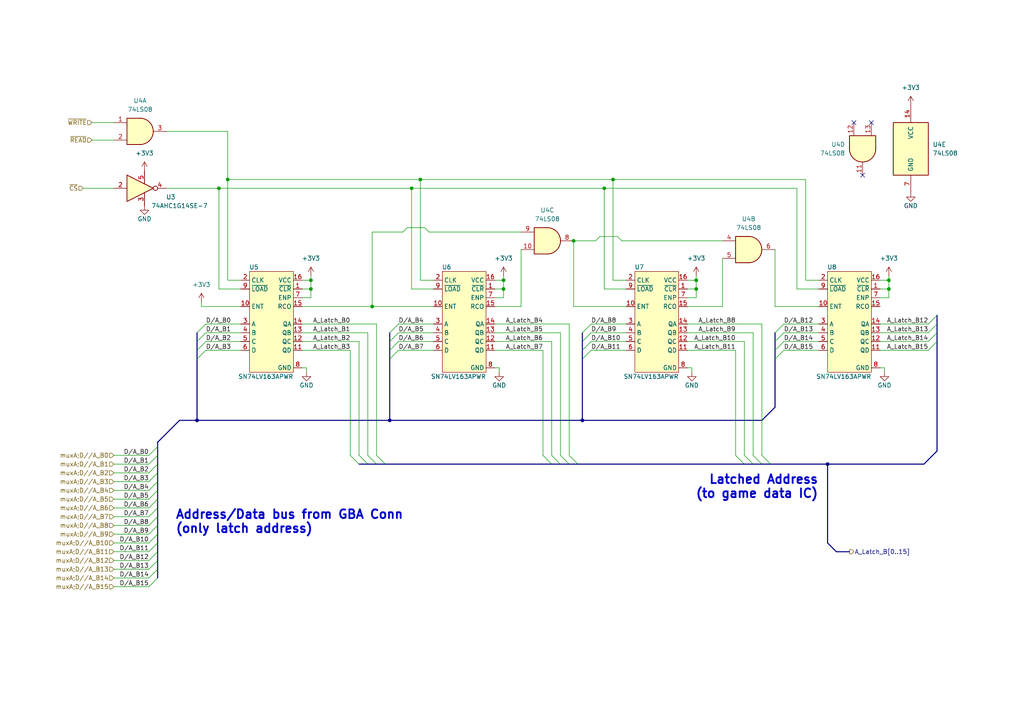
<source format=kicad_sch>
(kicad_sch (version 20230121) (generator eeschema)
  (paper "A4")
  (lib_symbols
    (symbol "0_libSyms_GBA:Inverter_single"
      (property "Reference" "U" (at 3.81 6.35 0))
      (symbol "Inverter_single_1_0"
        (polyline (pts (xy 3.81 3.81) (xy 3.81 -3.81) (xy 11.43 0) (xy 3.81 3.81)) (stroke (width 0.254)) (fill (type background)))
        (pin no_connect line (at 6.35 6.35 270) (length 3.81) hide (name "~") (number "1"))
        (pin input line (at 0 0 0) (length 3.81) (name "~") (number "2"))
        (pin input line (at 8.89 -5.08 90) (length 3.81) (name "~") (number "3"))
        (pin output inverted (at 15.24 0 180) (length 3.81) (name "~") (number "4"))
        (pin input line (at 8.89 5.08 270) (length 3.81) (name "~") (number "5"))
      )
    )
    (symbol "0_libSyms_GBA:Up_counter"
      (property "Reference" "U" (at 1.27 30.48 0))
      (property "Value" "SN74LV163APWR" (at 0 -1.27 0))
      (symbol "Up_counter_1_1"
        (rectangle (start 0 29.21) (end 12.7 0) (fill (type background)))
        (pin input line (at 15.24 24.13 180) (length 2.54) (name "~{CLR}") (number "1"))
        (pin input line (at -2.54 19.05 0) (length 2.54) (name "ENT") (number "10"))
        (pin input line (at 15.24 6.35 180) (length 2.54) (name "QD") (number "11"))
        (pin input line (at 15.24 8.89 180) (length 2.54) (name "QC") (number "12"))
        (pin input line (at 15.24 11.43 180) (length 2.54) (name "QB") (number "13"))
        (pin input line (at 15.24 13.97 180) (length 2.54) (name "QA") (number "14"))
        (pin input line (at 15.24 19.05 180) (length 2.54) (name "RCO") (number "15"))
        (pin input line (at 15.24 26.67 180) (length 2.54) (name "VCC") (number "16"))
        (pin input line (at -2.54 26.67 0) (length 2.54) (name "CLK") (number "2"))
        (pin input line (at -2.54 13.97 0) (length 2.54) (name "A") (number "3"))
        (pin input line (at -2.54 11.43 0) (length 2.54) (name "B") (number "4"))
        (pin input line (at -2.54 8.89 0) (length 2.54) (name "C") (number "5"))
        (pin input line (at -2.54 6.35 0) (length 2.54) (name "D") (number "6"))
        (pin input line (at 15.24 21.59 180) (length 2.54) (name "ENP") (number "7"))
        (pin input line (at 15.24 1.27 180) (length 2.54) (name "GND") (number "8"))
        (pin input line (at -2.54 24.13 0) (length 2.54) (name "~{LOAD}") (number "9"))
      )
    )
    (symbol "74xx:74LS08" (pin_names (offset 1.016))
      (property "Reference" "U" (at 0 1.27 0))
      (property "Value" "74LS08" (at 0 -1.27 0))
      (symbol "74LS08_1_1"
        (arc (start 0 -3.81) (mid 3.7934 0) (end 0 3.81) (stroke (width 0.254)) (fill (type background)))
        (polyline (pts (xy 0 3.81) (xy -3.81 3.81) (xy -3.81 -3.81) (xy 0 -3.81)) (stroke (width 0.254)) (fill (type background)))
        (pin input line (at -7.62 2.54 0) (length 3.81) (name "~") (number "1"))
        (pin input line (at -7.62 -2.54 0) (length 3.81) (name "~") (number "2"))
        (pin output line (at 7.62 0 180) (length 3.81) (name "~") (number "3"))
      )
      (symbol "74LS08_1_2"
        (arc (start -3.81 -3.81) (mid -2.589 0) (end -3.81 3.81) (stroke (width 0.254)))
        (arc (start -0.6096 -3.81) (mid 2.1842 -2.5851) (end 3.81 0) (stroke (width 0.254)) (fill (type background)))
        (polyline (pts (xy -3.81 -3.81) (xy -0.635 -3.81)) (stroke (width 0.254)) (fill (type background)))
        (polyline (pts (xy -3.81 3.81) (xy -0.635 3.81)) (stroke (width 0.254)) (fill (type background)))
        (polyline (pts (xy -0.635 3.81) (xy -3.81 3.81) (xy -3.81 3.81) (xy -3.556 3.4036) (xy -3.0226 2.2606) (xy -2.6924 1.0414) (xy -2.6162 -0.254) (xy -2.7686 -1.4986) (xy -3.175 -2.7178) (xy -3.81 -3.81) (xy -3.81 -3.81) (xy -0.635 -3.81)) (stroke (width -25.4)) (fill (type background)))
        (arc (start 3.81 0) (mid 2.1915 2.5936) (end -0.6096 3.81) (stroke (width 0.254)) (fill (type background)))
        (pin input inverted (at -7.62 2.54 0) (length 4.318) (name "~") (number "1"))
        (pin input inverted (at -7.62 -2.54 0) (length 4.318) (name "~") (number "2"))
        (pin output inverted (at 7.62 0 180) (length 3.81) (name "~") (number "3"))
      )
      (symbol "74LS08_2_1"
        (arc (start 0 -3.81) (mid 3.7934 0) (end 0 3.81) (stroke (width 0.254)) (fill (type background)))
        (polyline (pts (xy 0 3.81) (xy -3.81 3.81) (xy -3.81 -3.81) (xy 0 -3.81)) (stroke (width 0.254)) (fill (type background)))
        (pin input line (at -7.62 2.54 0) (length 3.81) (name "~") (number "4"))
        (pin input line (at -7.62 -2.54 0) (length 3.81) (name "~") (number "5"))
        (pin output line (at 7.62 0 180) (length 3.81) (name "~") (number "6"))
      )
      (symbol "74LS08_2_2"
        (arc (start -3.81 -3.81) (mid -2.589 0) (end -3.81 3.81) (stroke (width 0.254)))
        (arc (start -0.6096 -3.81) (mid 2.1842 -2.5851) (end 3.81 0) (stroke (width 0.254)) (fill (type background)))
        (polyline (pts (xy -3.81 -3.81) (xy -0.635 -3.81)) (stroke (width 0.254)) (fill (type background)))
        (polyline (pts (xy -3.81 3.81) (xy -0.635 3.81)) (stroke (width 0.254)) (fill (type background)))
        (polyline (pts (xy -0.635 3.81) (xy -3.81 3.81) (xy -3.81 3.81) (xy -3.556 3.4036) (xy -3.0226 2.2606) (xy -2.6924 1.0414) (xy -2.6162 -0.254) (xy -2.7686 -1.4986) (xy -3.175 -2.7178) (xy -3.81 -3.81) (xy -3.81 -3.81) (xy -0.635 -3.81)) (stroke (width -25.4)) (fill (type background)))
        (arc (start 3.81 0) (mid 2.1915 2.5936) (end -0.6096 3.81) (stroke (width 0.254)) (fill (type background)))
        (pin input inverted (at -7.62 2.54 0) (length 4.318) (name "~") (number "4"))
        (pin input inverted (at -7.62 -2.54 0) (length 4.318) (name "~") (number "5"))
        (pin output inverted (at 7.62 0 180) (length 3.81) (name "~") (number "6"))
      )
      (symbol "74LS08_3_1"
        (arc (start 0 -3.81) (mid 3.7934 0) (end 0 3.81) (stroke (width 0.254)) (fill (type background)))
        (polyline (pts (xy 0 3.81) (xy -3.81 3.81) (xy -3.81 -3.81) (xy 0 -3.81)) (stroke (width 0.254)) (fill (type background)))
        (pin input line (at -7.62 -2.54 0) (length 3.81) (name "~") (number "10"))
        (pin output line (at 7.62 0 180) (length 3.81) (name "~") (number "8"))
        (pin input line (at -7.62 2.54 0) (length 3.81) (name "~") (number "9"))
      )
      (symbol "74LS08_3_2"
        (arc (start -3.81 -3.81) (mid -2.589 0) (end -3.81 3.81) (stroke (width 0.254)))
        (arc (start -0.6096 -3.81) (mid 2.1842 -2.5851) (end 3.81 0) (stroke (width 0.254)) (fill (type background)))
        (polyline (pts (xy -3.81 -3.81) (xy -0.635 -3.81)) (stroke (width 0.254)) (fill (type background)))
        (polyline (pts (xy -3.81 3.81) (xy -0.635 3.81)) (stroke (width 0.254)) (fill (type background)))
        (polyline (pts (xy -0.635 3.81) (xy -3.81 3.81) (xy -3.81 3.81) (xy -3.556 3.4036) (xy -3.0226 2.2606) (xy -2.6924 1.0414) (xy -2.6162 -0.254) (xy -2.7686 -1.4986) (xy -3.175 -2.7178) (xy -3.81 -3.81) (xy -3.81 -3.81) (xy -0.635 -3.81)) (stroke (width -25.4)) (fill (type background)))
        (arc (start 3.81 0) (mid 2.1915 2.5936) (end -0.6096 3.81) (stroke (width 0.254)) (fill (type background)))
        (pin input inverted (at -7.62 -2.54 0) (length 4.318) (name "~") (number "10"))
        (pin output inverted (at 7.62 0 180) (length 3.81) (name "~") (number "8"))
        (pin input inverted (at -7.62 2.54 0) (length 4.318) (name "~") (number "9"))
      )
      (symbol "74LS08_4_1"
        (arc (start 0 -3.81) (mid 3.7934 0) (end 0 3.81) (stroke (width 0.254)) (fill (type background)))
        (polyline (pts (xy 0 3.81) (xy -3.81 3.81) (xy -3.81 -3.81) (xy 0 -3.81)) (stroke (width 0.254)) (fill (type background)))
        (pin output line (at 7.62 0 180) (length 3.81) (name "~") (number "11"))
        (pin input line (at -7.62 2.54 0) (length 3.81) (name "~") (number "12"))
        (pin input line (at -7.62 -2.54 0) (length 3.81) (name "~") (number "13"))
      )
      (symbol "74LS08_4_2"
        (arc (start -3.81 -3.81) (mid -2.589 0) (end -3.81 3.81) (stroke (width 0.254)))
        (arc (start -0.6096 -3.81) (mid 2.1842 -2.5851) (end 3.81 0) (stroke (width 0.254)) (fill (type background)))
        (polyline (pts (xy -3.81 -3.81) (xy -0.635 -3.81)) (stroke (width 0.254)) (fill (type background)))
        (polyline (pts (xy -3.81 3.81) (xy -0.635 3.81)) (stroke (width 0.254)) (fill (type background)))
        (polyline (pts (xy -0.635 3.81) (xy -3.81 3.81) (xy -3.81 3.81) (xy -3.556 3.4036) (xy -3.0226 2.2606) (xy -2.6924 1.0414) (xy -2.6162 -0.254) (xy -2.7686 -1.4986) (xy -3.175 -2.7178) (xy -3.81 -3.81) (xy -3.81 -3.81) (xy -0.635 -3.81)) (stroke (width -25.4)) (fill (type background)))
        (arc (start 3.81 0) (mid 2.1915 2.5936) (end -0.6096 3.81) (stroke (width 0.254)) (fill (type background)))
        (pin output inverted (at 7.62 0 180) (length 3.81) (name "~") (number "11"))
        (pin input inverted (at -7.62 2.54 0) (length 4.318) (name "~") (number "12"))
        (pin input inverted (at -7.62 -2.54 0) (length 4.318) (name "~") (number "13"))
      )
      (symbol "74LS08_5_0"
        (pin power_in line (at 0 12.7 270) (length 5.08) (name "VCC") (number "14"))
        (pin power_in line (at 0 -12.7 90) (length 5.08) (name "GND") (number "7"))
      )
      (symbol "74LS08_5_1"
        (rectangle (start -5.08 7.62) (end 5.08 -7.62) (stroke (width 0.254)) (fill (type background)))
      )
    )
    (symbol "power:+3V3" (power) (pin_names (offset 0))
      (property "Value" "+3V3" (at 0 3.556 0))
      (symbol "+3V3_0_1"
        (polyline (pts (xy -0.762 1.27) (xy 0 2.54)))
        (polyline (pts (xy 0 0) (xy 0 2.54)))
        (polyline (pts (xy 0 2.54) (xy 0.762 1.27)))
      )
      (symbol "+3V3_1_1"
        (pin power_in line (at 0 0 90) (length 0) hide (name "+3V3") (number "1"))
      )
    )
    (symbol "power:GND" (power) (pin_names (offset 0))
      (property "Value" "GND" (at 0 -3.81 0))
      (symbol "GND_0_1"
        (polyline (pts (xy 0 0) (xy 0 -1.27) (xy 1.27 -1.27) (xy 0 -2.54) (xy -1.27 -1.27) (xy 0 -1.27)))
      )
      (symbol "GND_1_1"
        (pin power_in line (at 0 0 270) (length 0) hide (name "GND") (number "1"))
      )
    )
  )
  (junction (at 201.93 83.82))
  (junction (at 113.03 121.92))
  (junction (at 168.91 121.92))
  (junction (at 201.93 81.28))
  (junction (at 119.38 54.61))
  (junction (at 166.37 69.85))
  (junction (at 175.26 54.61))
  (junction (at 57.15 121.92))
  (junction (at 146.05 83.82))
  (junction (at 240.03 134.62))
  (junction (at 90.17 83.82))
  (junction (at 107.95 88.9))
  (junction (at 66.04 52.07))
  (junction (at 63.5 54.61))
  (junction (at 177.8 52.07))
  (junction (at 257.81 83.82))
  (junction (at 257.81 81.28))
  (junction (at 121.92 52.07))
  (junction (at 146.05 81.28))
  (junction (at 90.17 81.28))
  (no_connect (at 250.19 50.8))
  (no_connect (at 247.65 35.56))
  (no_connect (at 252.73 35.56))
  (bus_entry (at 160.02 132.08) (size 2.54 2.54))
  (bus_entry (at 269.24 99.06) (size 2.54 -2.54))
  (bus_entry (at 213.36 132.08) (size 2.54 2.54))
  (bus_entry (at 218.44 132.08) (size 2.54 2.54))
  (bus_entry (at 168.91 96.52) (size 2.54 -2.54))
  (bus_entry (at 45.72 154.94) (size -2.54 2.54))
  (bus_entry (at 45.72 160.02) (size -2.54 2.54))
  (bus_entry (at 43.18 152.4) (size 2.54 -2.54))
  (bus_entry (at 45.72 162.56) (size -2.54 2.54))
  (bus_entry (at 113.03 104.14) (size 2.54 -2.54))
  (bus_entry (at 165.1 132.08) (size 2.54 2.54))
  (bus_entry (at 162.56 132.08) (size 2.54 2.54))
  (bus_entry (at 171.45 101.6) (size -2.54 2.54))
  (bus_entry (at 269.24 93.98) (size 2.54 -2.54))
  (bus_entry (at 269.24 96.52) (size 2.54 -2.54))
  (bus_entry (at 101.6 132.08) (size 2.54 2.54))
  (bus_entry (at 168.91 99.06) (size 2.54 -2.54))
  (bus_entry (at 113.03 101.6) (size 2.54 -2.54))
  (bus_entry (at 227.33 93.98) (size -2.54 2.54))
  (bus_entry (at 109.22 132.08) (size 2.54 2.54))
  (bus_entry (at 45.72 167.64) (size -2.54 2.54))
  (bus_entry (at 43.18 147.32) (size 2.54 -2.54))
  (bus_entry (at 215.9 132.08) (size 2.54 2.54))
  (bus_entry (at 45.72 165.1) (size -2.54 2.54))
  (bus_entry (at 43.18 142.24) (size 2.54 -2.54))
  (bus_entry (at 104.14 132.08) (size 2.54 2.54))
  (bus_entry (at 227.33 96.52) (size -2.54 2.54))
  (bus_entry (at 227.33 101.6) (size -2.54 2.54))
  (bus_entry (at 106.68 132.08) (size 2.54 2.54))
  (bus_entry (at 113.03 96.52) (size 2.54 -2.54))
  (bus_entry (at 43.18 149.86) (size 2.54 -2.54))
  (bus_entry (at 43.18 144.78) (size 2.54 -2.54))
  (bus_entry (at 45.72 132.08) (size -2.54 2.54))
  (bus_entry (at 269.24 101.6) (size 2.54 -2.54))
  (bus_entry (at 59.69 99.06) (size -2.54 2.54))
  (bus_entry (at 45.72 129.54) (size -2.54 2.54))
  (bus_entry (at 43.18 139.7) (size 2.54 -2.54))
  (bus_entry (at 59.69 96.52) (size -2.54 2.54))
  (bus_entry (at 157.48 132.08) (size 2.54 2.54))
  (bus_entry (at 43.18 154.94) (size 2.54 -2.54))
  (bus_entry (at 45.72 157.48) (size -2.54 2.54))
  (bus_entry (at 227.33 99.06) (size -2.54 2.54))
  (bus_entry (at 171.45 99.06) (size -2.54 2.54))
  (bus_entry (at 45.72 134.62) (size -2.54 2.54))
  (bus_entry (at 59.69 93.98) (size -2.54 2.54))
  (bus_entry (at 220.98 132.08) (size 2.54 2.54))
  (bus_entry (at 113.03 99.06) (size 2.54 -2.54))
  (bus_entry (at 57.15 104.14) (size 2.54 -2.54))
  (wire (pts (xy 177.8 52.07) (xy 233.68 52.07)))
  (wire (pts (xy 146.05 86.36) (xy 146.05 83.82)))
  (wire (pts (xy 199.39 81.28) (xy 201.93 81.28)))
  (wire (pts (xy 201.93 81.28) (xy 201.93 80.01)))
  (wire (pts (xy 26.67 40.64) (xy 33.02 40.64)))
  (wire (pts (xy 66.04 38.1) (xy 66.04 52.07)))
  (bus (pts (xy 57.15 121.92) (xy 113.03 121.92)))
  (wire (pts (xy 33.02 157.48) (xy 43.18 157.48)))
  (wire (pts (xy 256.54 106.68) (xy 256.54 107.95)))
  (wire (pts (xy 143.51 101.6) (xy 157.48 101.6)))
  (wire (pts (xy 199.39 83.82) (xy 201.93 83.82)))
  (bus (pts (xy 218.44 134.62) (xy 220.98 134.62)))
  (wire (pts (xy 43.18 154.94) (xy 33.02 154.94)))
  (bus (pts (xy 45.72 132.08) (xy 45.72 134.62)))
  (wire (pts (xy 90.17 86.36) (xy 90.17 83.82)))
  (wire (pts (xy 257.81 86.36) (xy 257.81 83.82)))
  (wire (pts (xy 237.49 81.28) (xy 233.68 81.28)))
  (wire (pts (xy 115.57 96.52) (xy 125.73 96.52)))
  (bus (pts (xy 57.15 96.52) (xy 57.15 99.06)))
  (wire (pts (xy 180.34 69.85) (xy 179.07 68.58)))
  (wire (pts (xy 220.98 93.98) (xy 220.98 132.08)))
  (wire (pts (xy 257.81 81.28) (xy 257.81 80.01)))
  (bus (pts (xy 45.72 152.4) (xy 45.72 154.94)))
  (wire (pts (xy 237.49 83.82) (xy 231.14 83.82)))
  (wire (pts (xy 181.61 99.06) (xy 171.45 99.06)))
  (bus (pts (xy 167.64 134.62) (xy 215.9 134.62)))
  (wire (pts (xy 24.13 54.61) (xy 33.02 54.61)))
  (wire (pts (xy 33.02 167.64) (xy 43.18 167.64)))
  (bus (pts (xy 240.03 134.62) (xy 240.03 157.48)))
  (wire (pts (xy 63.5 54.61) (xy 119.38 54.61)))
  (wire (pts (xy 146.05 81.28) (xy 146.05 80.01)))
  (wire (pts (xy 107.95 88.9) (xy 125.73 88.9)))
  (wire (pts (xy 255.27 86.36) (xy 257.81 86.36)))
  (wire (pts (xy 87.63 96.52) (xy 106.68 96.52)))
  (wire (pts (xy 162.56 96.52) (xy 162.56 132.08)))
  (wire (pts (xy 107.95 67.31) (xy 116.84 67.31)))
  (wire (pts (xy 157.48 101.6) (xy 157.48 132.08)))
  (wire (pts (xy 224.79 72.39) (xy 224.79 88.9)))
  (wire (pts (xy 121.92 52.07) (xy 177.8 52.07)))
  (wire (pts (xy 255.27 81.28) (xy 257.81 81.28)))
  (bus (pts (xy 162.56 134.62) (xy 165.1 134.62)))
  (wire (pts (xy 69.85 83.82) (xy 63.5 83.82)))
  (wire (pts (xy 165.1 93.98) (xy 165.1 132.08)))
  (wire (pts (xy 87.63 88.9) (xy 107.95 88.9)))
  (bus (pts (xy 45.72 129.54) (xy 45.72 132.08)))
  (wire (pts (xy 43.18 149.86) (xy 33.02 149.86)))
  (bus (pts (xy 45.72 162.56) (xy 45.72 165.1)))
  (wire (pts (xy 125.73 81.28) (xy 121.92 81.28)))
  (bus (pts (xy 113.03 101.6) (xy 113.03 104.14)))
  (bus (pts (xy 57.15 99.06) (xy 57.15 101.6)))
  (wire (pts (xy 69.85 93.98) (xy 59.69 93.98)))
  (wire (pts (xy 209.55 88.9) (xy 209.55 74.93)))
  (bus (pts (xy 104.14 134.62) (xy 106.68 134.62)))
  (wire (pts (xy 124.46 67.31) (xy 123.19 66.04)))
  (wire (pts (xy 69.85 99.06) (xy 59.69 99.06)))
  (wire (pts (xy 88.9 106.68) (xy 87.63 106.68)))
  (wire (pts (xy 104.14 99.06) (xy 104.14 132.08)))
  (bus (pts (xy 160.02 134.62) (xy 162.56 134.62)))
  (wire (pts (xy 256.54 106.68) (xy 255.27 106.68)))
  (wire (pts (xy 201.93 83.82) (xy 201.93 81.28)))
  (wire (pts (xy 33.02 132.08) (xy 43.18 132.08)))
  (wire (pts (xy 43.18 144.78) (xy 33.02 144.78)))
  (bus (pts (xy 223.52 134.62) (xy 240.03 134.62)))
  (bus (pts (xy 57.15 101.6) (xy 57.15 104.14)))
  (wire (pts (xy 121.92 52.07) (xy 121.92 81.28)))
  (wire (pts (xy 224.79 88.9) (xy 237.49 88.9)))
  (wire (pts (xy 143.51 83.82) (xy 146.05 83.82)))
  (wire (pts (xy 200.66 106.68) (xy 200.66 107.95)))
  (wire (pts (xy 125.73 83.82) (xy 119.38 83.82)))
  (wire (pts (xy 255.27 99.06) (xy 269.24 99.06)))
  (wire (pts (xy 181.61 101.6) (xy 171.45 101.6)))
  (bus (pts (xy 224.79 99.06) (xy 224.79 101.6)))
  (wire (pts (xy 171.45 96.52) (xy 181.61 96.52)))
  (wire (pts (xy 58.42 87.63) (xy 58.42 88.9)))
  (wire (pts (xy 166.37 69.85) (xy 166.37 88.9)))
  (wire (pts (xy 199.39 88.9) (xy 209.55 88.9)))
  (wire (pts (xy 87.63 81.28) (xy 90.17 81.28)))
  (bus (pts (xy 271.78 99.06) (xy 271.78 130.81)))
  (wire (pts (xy 115.57 93.98) (xy 125.73 93.98)))
  (bus (pts (xy 165.1 134.62) (xy 167.64 134.62)))
  (wire (pts (xy 66.04 52.07) (xy 66.04 81.28)))
  (wire (pts (xy 106.68 96.52) (xy 106.68 132.08)))
  (wire (pts (xy 59.69 101.6) (xy 69.85 101.6)))
  (bus (pts (xy 224.79 96.52) (xy 224.79 99.06)))
  (bus (pts (xy 271.78 96.52) (xy 271.78 99.06)))
  (wire (pts (xy 151.13 67.31) (xy 124.46 67.31)))
  (bus (pts (xy 168.91 121.92) (xy 220.98 121.92)))
  (bus (pts (xy 106.68 134.62) (xy 109.22 134.62)))
  (wire (pts (xy 201.93 86.36) (xy 201.93 83.82)))
  (wire (pts (xy 200.66 106.68) (xy 199.39 106.68)))
  (bus (pts (xy 113.03 121.92) (xy 168.91 121.92)))
  (wire (pts (xy 257.81 83.82) (xy 257.81 81.28)))
  (wire (pts (xy 213.36 101.6) (xy 213.36 132.08)))
  (wire (pts (xy 177.8 52.07) (xy 177.8 81.28)))
  (wire (pts (xy 151.13 72.39) (xy 151.13 88.9)))
  (wire (pts (xy 144.78 106.68) (xy 144.78 107.95)))
  (wire (pts (xy 66.04 52.07) (xy 121.92 52.07)))
  (bus (pts (xy 168.91 104.14) (xy 168.91 121.92)))
  (bus (pts (xy 113.03 104.14) (xy 113.03 121.92)))
  (wire (pts (xy 255.27 83.82) (xy 257.81 83.82)))
  (wire (pts (xy 237.49 93.98) (xy 227.33 93.98)))
  (wire (pts (xy 101.6 101.6) (xy 101.6 132.08)))
  (bus (pts (xy 224.79 104.14) (xy 224.79 118.11)))
  (wire (pts (xy 215.9 99.06) (xy 215.9 132.08)))
  (bus (pts (xy 45.72 154.94) (xy 45.72 157.48)))
  (wire (pts (xy 199.39 101.6) (xy 213.36 101.6)))
  (wire (pts (xy 181.61 81.28) (xy 177.8 81.28)))
  (wire (pts (xy 90.17 83.82) (xy 90.17 81.28)))
  (bus (pts (xy 215.9 134.62) (xy 218.44 134.62)))
  (bus (pts (xy 45.72 128.27) (xy 45.72 129.54)))
  (bus (pts (xy 168.91 101.6) (xy 168.91 104.14)))
  (wire (pts (xy 151.13 88.9) (xy 143.51 88.9)))
  (wire (pts (xy 118.11 66.04) (xy 123.19 66.04)))
  (bus (pts (xy 168.91 96.52) (xy 168.91 99.06)))
  (wire (pts (xy 43.18 139.7) (xy 33.02 139.7)))
  (bus (pts (xy 242.57 160.02) (xy 246.38 160.02)))
  (wire (pts (xy 143.51 81.28) (xy 146.05 81.28)))
  (bus (pts (xy 267.97 134.62) (xy 271.78 130.81)))
  (wire (pts (xy 119.38 54.61) (xy 175.26 54.61)))
  (wire (pts (xy 143.51 99.06) (xy 160.02 99.06)))
  (wire (pts (xy 33.02 170.18) (xy 43.18 170.18)))
  (wire (pts (xy 87.63 83.82) (xy 90.17 83.82)))
  (wire (pts (xy 209.55 69.85) (xy 180.34 69.85)))
  (wire (pts (xy 58.42 88.9) (xy 69.85 88.9)))
  (wire (pts (xy 33.02 160.02) (xy 43.18 160.02)))
  (wire (pts (xy 87.63 93.98) (xy 109.22 93.98)))
  (wire (pts (xy 160.02 99.06) (xy 160.02 132.08)))
  (wire (pts (xy 166.37 69.85) (xy 172.72 69.85)))
  (wire (pts (xy 88.9 106.68) (xy 88.9 107.95)))
  (wire (pts (xy 87.63 99.06) (xy 104.14 99.06)))
  (wire (pts (xy 115.57 101.6) (xy 125.73 101.6)))
  (bus (pts (xy 45.72 134.62) (xy 45.72 137.16)))
  (wire (pts (xy 175.26 54.61) (xy 175.26 83.82)))
  (wire (pts (xy 33.02 137.16) (xy 43.18 137.16)))
  (wire (pts (xy 237.49 96.52) (xy 227.33 96.52)))
  (bus (pts (xy 109.22 134.62) (xy 111.76 134.62)))
  (bus (pts (xy 45.72 139.7) (xy 45.72 142.24)))
  (wire (pts (xy 115.57 99.06) (xy 125.73 99.06)))
  (wire (pts (xy 173.99 68.58) (xy 179.07 68.58)))
  (wire (pts (xy 237.49 101.6) (xy 227.33 101.6)))
  (wire (pts (xy 166.37 88.9) (xy 181.61 88.9)))
  (wire (pts (xy 48.26 54.61) (xy 63.5 54.61)))
  (bus (pts (xy 45.72 137.16) (xy 45.72 139.7)))
  (wire (pts (xy 33.02 134.62) (xy 43.18 134.62)))
  (bus (pts (xy 45.72 165.1) (xy 45.72 167.64)))
  (wire (pts (xy 143.51 93.98) (xy 165.1 93.98)))
  (wire (pts (xy 144.78 106.68) (xy 143.51 106.68)))
  (wire (pts (xy 109.22 93.98) (xy 109.22 132.08)))
  (bus (pts (xy 57.15 104.14) (xy 57.15 121.92)))
  (wire (pts (xy 255.27 96.52) (xy 269.24 96.52)))
  (wire (pts (xy 87.63 101.6) (xy 101.6 101.6)))
  (wire (pts (xy 173.99 68.58) (xy 172.72 69.85)))
  (wire (pts (xy 175.26 54.61) (xy 231.14 54.61)))
  (bus (pts (xy 113.03 99.06) (xy 113.03 101.6)))
  (bus (pts (xy 113.03 96.52) (xy 113.03 99.06)))
  (wire (pts (xy 69.85 96.52) (xy 59.69 96.52)))
  (wire (pts (xy 199.39 93.98) (xy 220.98 93.98)))
  (wire (pts (xy 143.51 86.36) (xy 146.05 86.36)))
  (wire (pts (xy 171.45 93.98) (xy 181.61 93.98)))
  (wire (pts (xy 87.63 86.36) (xy 90.17 86.36)))
  (wire (pts (xy 237.49 99.06) (xy 227.33 99.06)))
  (wire (pts (xy 43.18 147.32) (xy 33.02 147.32)))
  (bus (pts (xy 45.72 160.02) (xy 45.72 162.56)))
  (wire (pts (xy 218.44 96.52) (xy 218.44 132.08)))
  (bus (pts (xy 52.07 121.92) (xy 57.15 121.92)))
  (wire (pts (xy 233.68 81.28) (xy 233.68 52.07)))
  (wire (pts (xy 146.05 83.82) (xy 146.05 81.28)))
  (wire (pts (xy 119.38 54.61) (xy 119.38 83.82)))
  (bus (pts (xy 45.72 142.24) (xy 45.72 144.78)))
  (bus (pts (xy 45.72 144.78) (xy 45.72 147.32)))
  (bus (pts (xy 271.78 93.98) (xy 271.78 96.52)))
  (wire (pts (xy 26.67 35.56) (xy 33.02 35.56)))
  (bus (pts (xy 220.98 134.62) (xy 223.52 134.62)))
  (wire (pts (xy 255.27 93.98) (xy 269.24 93.98)))
  (wire (pts (xy 33.02 165.1) (xy 43.18 165.1)))
  (wire (pts (xy 231.14 54.61) (xy 231.14 83.82)))
  (wire (pts (xy 48.26 38.1) (xy 66.04 38.1)))
  (bus (pts (xy 45.72 147.32) (xy 45.72 149.86)))
  (bus (pts (xy 224.79 101.6) (xy 224.79 104.14)))
  (wire (pts (xy 181.61 83.82) (xy 175.26 83.82)))
  (wire (pts (xy 199.39 99.06) (xy 215.9 99.06)))
  (wire (pts (xy 69.85 81.28) (xy 66.04 81.28)))
  (wire (pts (xy 63.5 54.61) (xy 63.5 83.82)))
  (wire (pts (xy 118.11 66.04) (xy 116.84 67.31)))
  (bus (pts (xy 45.72 149.86) (xy 45.72 152.4)))
  (wire (pts (xy 43.18 152.4) (xy 33.02 152.4)))
  (bus (pts (xy 168.91 99.06) (xy 168.91 101.6)))
  (wire (pts (xy 43.18 142.24) (xy 33.02 142.24)))
  (bus (pts (xy 52.07 121.92) (xy 45.72 128.27)))
  (wire (pts (xy 255.27 101.6) (xy 269.24 101.6)))
  (wire (pts (xy 33.02 162.56) (xy 43.18 162.56)))
  (bus (pts (xy 111.76 134.62) (xy 160.02 134.62)))
  (bus (pts (xy 271.78 91.44) (xy 271.78 93.98)))
  (bus (pts (xy 240.03 157.48) (xy 242.57 160.02)))
  (wire (pts (xy 143.51 96.52) (xy 162.56 96.52)))
  (wire (pts (xy 107.95 67.31) (xy 107.95 88.9)))
  (wire (pts (xy 90.17 81.28) (xy 90.17 80.01)))
  (bus (pts (xy 240.03 134.62) (xy 267.97 134.62)))
  (bus (pts (xy 220.98 121.92) (xy 224.79 118.11)))
  (wire (pts (xy 199.39 86.36) (xy 201.93 86.36)))
  (bus (pts (xy 45.72 157.48) (xy 45.72 160.02)))
  (wire (pts (xy 199.39 96.52) (xy 218.44 96.52)))
  (text "Latched Address\n(to game data IC)" (at 237.49 144.78 0) (effects (font (size 2.54 2.54) (thickness 0.508) bold) (justify right bottom)))
  (text "Address/Data bus from GBA Conn\n(only latch address)" (at 50.8 154.94 0) (effects (font (size 2.54 2.54) (thickness 0.508) bold) (justify left bottom)))
  (label "D/A_B7" (at 43.18 149.86 180))
  (label "A_Latch_B6" (at 157.48 99.06 180))
  (label "A_Latch_B11" (at 213.36 101.6 180))
  (label "A_Latch_B8" (at 213.36 93.98 180))
  (label "A_Latch_B13" (at 269.24 96.52 180))
  (label "D/A_B3" (at 43.18 139.7 180))
  (label "D{slash}A_B11" (at 43.18 160.02 180))
  (label "D{slash}A_B11" (at 171.45 101.6 0))
  (label "D/A_B6" (at 115.57 99.06 0))
  (label "D/A_B9" (at 171.45 96.52 0))
  (label "A_Latch_B1" (at 101.6 96.52 180))
  (label "D{slash}A_B15" (at 43.18 170.18 180))
  (label "D/A_B5" (at 115.57 96.52 0))
  (label "A_Latch_B2" (at 101.6 99.06 180))
  (label "A_Latch_B7" (at 157.48 101.6 180))
  (label "D{slash}A_B13" (at 43.18 165.1 180))
  (label "D/A_B8" (at 171.45 93.98 0))
  (label "D{slash}A_B14" (at 227.33 99.06 0))
  (label "A_Latch_B5" (at 157.48 96.52 180))
  (label "D{slash}A_B2" (at 59.69 99.06 0))
  (label "D{slash}A_B14" (at 43.18 167.64 180))
  (label "D/A_B4" (at 115.57 93.98 0))
  (label "A_Latch_B3" (at 101.6 101.6 180))
  (label "A_Latch_B14" (at 269.24 99.06 180))
  (label "A_Latch_B10" (at 213.36 99.06 180))
  (label "D{slash}A_B12" (at 227.33 93.98 0))
  (label "D/A_B8" (at 43.18 152.4 180))
  (label "A_Latch_B4" (at 157.48 93.98 180))
  (label "A_Latch_B0" (at 101.6 93.98 180))
  (label "D/A_B6" (at 43.18 147.32 180))
  (label "D{slash}A_B0" (at 59.69 93.98 0))
  (label "D{slash}A_B15" (at 227.33 101.6 0))
  (label "D{slash}A_B13" (at 227.33 96.52 0))
  (label "D{slash}A_B1" (at 59.69 96.52 0))
  (label "D{slash}A_B2" (at 43.18 137.16 180))
  (label "D/A_B7" (at 115.57 101.6 0))
  (label "D/A_B5" (at 43.18 144.78 180))
  (label "D{slash}A_B1" (at 43.18 134.62 180))
  (label "D{slash}A_B12" (at 43.18 162.56 180))
  (label "D{slash}A_B0" (at 43.18 132.08 180))
  (label "A_Latch_B12" (at 269.24 93.98 180))
  (label "A_Latch_B15" (at 269.24 101.6 180))
  (label "A_Latch_B9" (at 213.36 96.52 180))
  (label "D/A_B9" (at 43.18 154.94 180))
  (label "D/A_B4" (at 43.18 142.24 180))
  (label "D/A_B3" (at 59.69 101.6 0))
  (label "D{slash}A_B10" (at 43.18 157.48 180))
  (label "D{slash}A_B10" (at 171.45 99.06 0))
  (hierarchical_label "muxA;D{slash}{slash}A_B6" (shape input) (at 33.02 147.32 180))
  (hierarchical_label "~{CS}" (shape input) (at 24.13 54.61 180))
  (hierarchical_label "muxA;D{slash}{slash}A_B10" (shape input) (at 33.02 157.48 180))
  (hierarchical_label "muxA;D{slash}{slash}A_B14" (shape input) (at 33.02 167.64 180))
  (hierarchical_label "muxA;D{slash}{slash}A_B12" (shape input) (at 33.02 162.56 180))
  (hierarchical_label "muxA;D{slash}{slash}A_B7" (shape input) (at 33.02 149.86 180))
  (hierarchical_label "~{READ}" (shape input) (at 26.67 40.64 180))
  (hierarchical_label "muxA;D{slash}{slash}A_B9" (shape input) (at 33.02 154.94 180))
  (hierarchical_label "muxA;D{slash}{slash}A_B5" (shape input) (at 33.02 144.78 180))
  (hierarchical_label "muxA;D{slash}{slash}A_B15" (shape input) (at 33.02 170.18 180))
  (hierarchical_label "muxA;D{slash}{slash}A_B13" (shape input) (at 33.02 165.1 180))
  (hierarchical_label "~{WRITE}" (shape input) (at 26.67 35.56 180))
  (hierarchical_label "muxA;D{slash}{slash}A_B3" (shape input) (at 33.02 139.7 180))
  (hierarchical_label "A_Latch_B[0..15]" (shape output) (at 246.38 160.02 0))
  (hierarchical_label "muxA;D{slash}{slash}A_B11" (shape input) (at 33.02 160.02 180))
  (hierarchical_label "muxA;D{slash}{slash}A_B2" (shape input) (at 33.02 137.16 180))
  (hierarchical_label "muxA;D{slash}{slash}A_B1" (shape input) (at 33.02 134.62 180))
  (hierarchical_label "muxA;D{slash}{slash}A_B8" (shape input) (at 33.02 152.4 180))
  (hierarchical_label "muxA;D{slash}{slash}A_B4" (shape input) (at 33.02 142.24 180))
  (hierarchical_label "muxA;D{slash}{slash}A_B0" (shape input) (at 33.02 132.08 180))
  (symbol (lib_id "0_libSyms_GBA:Up_counter") (at 184.15 107.95 0) (unit 1)
    (property "Reference" "U7" (at 185.42 77.47 0))
    (property "Value" "SN74LV163APWR" (at 196.85 109.22 0) (effects (justify right)))
    (property "Footprint" "Package_SO:TSSOP-16_4.4x5mm_P0.65mm" (effects hide))
  )
  (symbol (lib_id "0_libSyms_GBA:Up_counter") (at 128.27 107.95 0) (unit 1)
    (property "Reference" "U6" (at 129.54 77.47 0))
    (property "Value" "SN74LV163APWR" (at 140.97 109.22 0) (effects (justify right)))
    (property "Footprint" "Package_SO:TSSOP-16_4.4x5mm_P0.65mm" (effects hide))
  )
  (symbol (lib_id "74xx:74LS08") (at 217.17 72.39 0) (unit 2)
    (property "Reference" "U4" (at 217.1617 63.5 0))
    (property "Value" "74LS08" (at 217.1617 66.04 0))
    (property "Footprint" "Package_SO:TSSOP-14_4.4x5mm_P0.65mm" (effects hide))
    (property "Datasheet" "http://www.ti.com/lit/gpn/sn74LS08" (effects hide))
  )
  (symbol (lib_id "74xx:74LS08") (at 158.75 69.85 0) (unit 3)
    (property "Reference" "U4" (at 158.7417 60.96 0))
    (property "Value" "74LS08" (at 158.7417 63.5 0))
    (property "Footprint" "Package_SO:TSSOP-14_4.4x5mm_P0.65mm" (effects hide))
    (property "Datasheet" "http://www.ti.com/lit/gpn/sn74LS08" (effects hide))
  )
  (symbol (lib_id "74xx:74LS08") (at 264.16 43.18 0) (unit 5)
    (property "Reference" "U4" (at 270.51 41.91 0) (effects (justify left)))
    (property "Value" "74LS08" (at 270.51 44.45 0) (effects (justify left)))
    (property "Footprint" "Package_SO:TSSOP-14_4.4x5mm_P0.65mm" (effects hide))
    (property "Datasheet" "http://www.ti.com/lit/gpn/sn74LS08" (effects hide))
  )
  (symbol (lib_id "power:+3V3") (at 90.17 80.01 0) (mirror y) (unit 1)
    (property "Reference" "#PWR01" (effects hide))
    (property "Value" "+3V3" (at 90.17 74.93 0))
    (instances (project "GBA_Cartridge" (path "" (reference "#PWR01") (unit 1)) (path "" (reference "#PWR022") (unit 1))))
  )
  (symbol (lib_id "0_libSyms_GBA:Up_counter") (at 72.39 107.95 0) (unit 1)
    (property "Reference" "U5" (at 73.66 77.47 0))
    (property "Value" "SN74LV163APWR" (at 85.09 109.22 0) (effects (justify right)))
    (property "Footprint" "Package_SO:TSSOP-16_4.4x5mm_P0.65mm" (effects hide))
  )
  (symbol (lib_id "power:+3V3") (at 257.81 80.01 0) (mirror y) (unit 1)
    (property "Reference" "#PWR01" (effects hide))
    (property "Value" "+3V3" (at 257.81 74.93 0))
    (instances (project "GBA_Cartridge" (path "" (reference "#PWR01") (unit 1)) (path "" (reference "#PWR028") (unit 1))))
  )
  (symbol (lib_id "0_libSyms_GBA:Up_counter") (at 240.03 107.95 0) (unit 1)
    (property "Reference" "U8" (at 241.3 77.47 0))
    (property "Value" "SN74LV163APWR" (at 252.73 109.22 0) (effects (justify right)))
    (property "Footprint" "Package_SO:TSSOP-16_4.4x5mm_P0.65mm" (effects hide))
  )
  (symbol (lib_id "power:+3V3") (at 58.42 87.63 0) (mirror y) (unit 1)
    (property "Reference" "#PWR01" (effects hide))
    (property "Value" "+3V3" (at 58.42 82.55 0))
    (instances (project "GBA_Cartridge" (path "" (reference "#PWR01") (unit 1)) (path "" (reference "#PWR020") (unit 1))))
  )
  (symbol (lib_id "power:GND") (at 200.66 107.95 0) (mirror y) (unit 1)
    (property "Reference" "#PWR025" (effects hide))
    (property "Value" "GND" (at 200.66 111.76 0))
  )
  (symbol (lib_id "power:+3V3") (at 201.93 80.01 0) (mirror y) (unit 1)
    (property "Reference" "#PWR01" (effects hide))
    (property "Value" "+3V3" (at 201.93 74.93 0))
    (instances (project "GBA_Cartridge" (path "" (reference "#PWR01") (unit 1)) (path "" (reference "#PWR026") (unit 1))))
  )
  (symbol (lib_id "power:GND") (at 88.9 107.95 0) (mirror y) (unit 1)
    (property "Reference" "#PWR021" (effects hide))
    (property "Value" "GND" (at 88.9 111.76 0))
  )
  (symbol (lib_id "74xx:74LS08") (at 40.64 38.1 0) (unit 1)
    (property "Reference" "U4" (at 40.6317 29.21 0))
    (property "Value" "74LS08" (at 40.6317 31.75 0))
    (property "Footprint" "Package_SO:TSSOP-14_4.4x5mm_P0.65mm" (effects hide))
    (property "Datasheet" "http://www.ti.com/lit/gpn/sn74LS08" (effects hide))
  )
  (symbol (lib_id "0_libSyms_GBA:Inverter_single") (at 33.02 54.61 0) (unit 1)
    (property "Reference" "U3" (at 49.53 57.15 0))
    (property "Value" "74AHC1G14SE-7" (at 52.07 59.69 0))
    (property "Footprint" "Package_TO_SOT_SMD:SOT-353_SC-70-5_Handsoldering" (effects hide))
  )
  (symbol (lib_id "74xx:74LS08") (at 250.19 43.18 90) (mirror x) (unit 4)
    (property "Reference" "U4" (at 245.11 41.9017 90) (effects (justify left)))
    (property "Value" "74LS08" (at 245.11 44.4417 90) (effects (justify left)))
    (property "Footprint" "Package_SO:TSSOP-14_4.4x5mm_P0.65mm" (effects hide))
    (property "Datasheet" "http://www.ti.com/lit/gpn/sn74LS08" (effects hide))
  )
  (symbol (lib_id "power:+3V3") (at 264.16 30.48 0) (mirror y) (unit 1)
    (property "Reference" "#PWR01" (effects hide))
    (property "Value" "+3V3" (at 264.16 25.4 0))
    (instances (project "GBA_Cartridge" (path "" (reference "#PWR01") (unit 1)) (path "" (reference "#PWR029") (unit 1))))
  )
  (symbol (lib_id "power:+3V3") (at 41.91 49.53 0) (mirror y) (unit 1)
    (property "Reference" "#PWR01" (effects hide))
    (property "Value" "+3V3" (at 41.91 44.45 0))
    (instances (project "GBA_Cartridge" (path "" (reference "#PWR01") (unit 1)) (path "" (reference "#PWR018") (unit 1))))
  )
  (symbol (lib_id "power:GND") (at 41.91 59.69 0) (mirror y) (unit 1)
    (property "Reference" "#PWR019" (effects hide))
    (property "Value" "GND" (at 41.91 63.5 0))
  )
  (symbol (lib_id "power:+3V3") (at 146.05 80.01 0) (mirror y) (unit 1)
    (property "Reference" "#PWR01" (effects hide))
    (property "Value" "+3V3" (at 146.05 74.93 0))
    (instances (project "GBA_Cartridge" (path "" (reference "#PWR01") (unit 1)) (path "" (reference "#PWR024") (unit 1))))
  )
  (symbol (lib_id "power:GND") (at 256.54 107.95 0) (mirror y) (unit 1)
    (property "Reference" "#PWR027" (effects hide))
    (property "Value" "GND" (at 256.54 111.76 0))
  )
  (symbol (lib_id "power:GND") (at 264.16 55.88 0) (mirror y) (unit 1)
    (property "Reference" "#PWR030" (effects hide))
    (property "Value" "GND" (at 264.16 59.69 0))
  )
  (symbol (lib_id "power:GND") (at 144.78 107.95 0) (mirror y) (unit 1)
    (property "Reference" "#PWR023" (effects hide))
    (property "Value" "GND" (at 144.78 111.76 0))
  )
)
</source>
